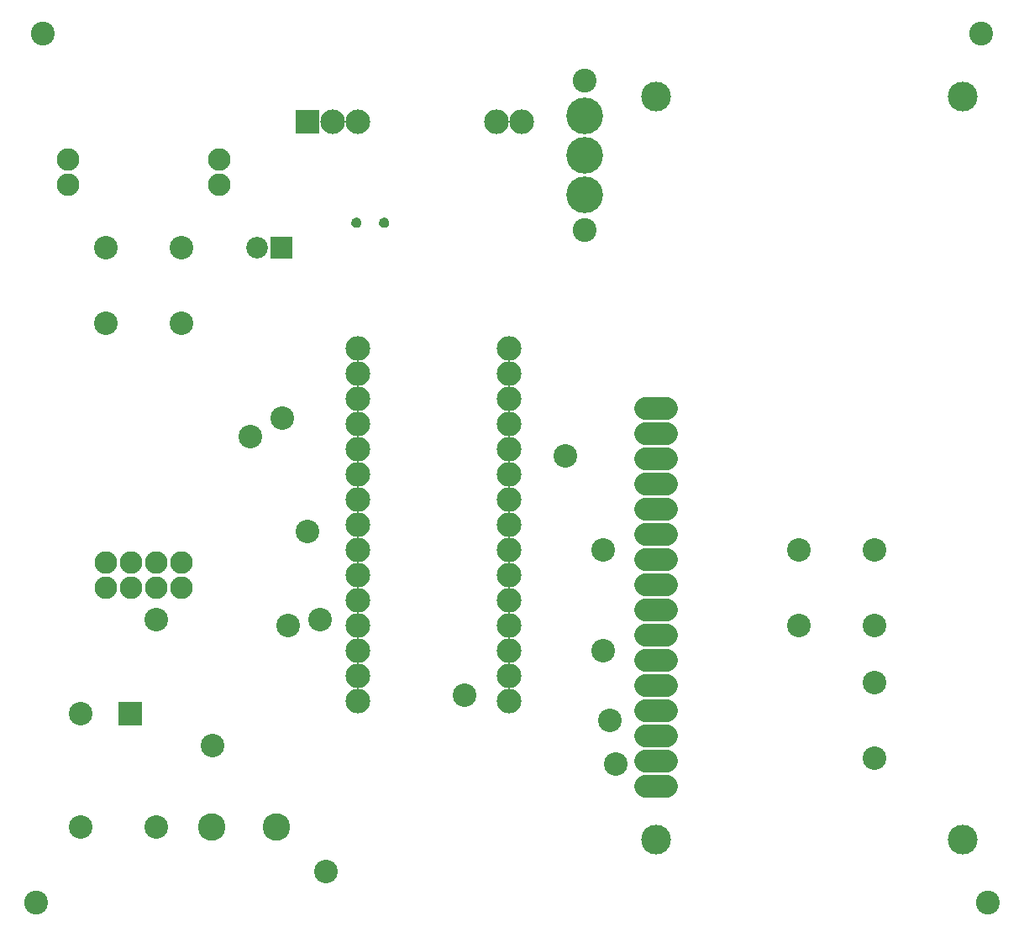
<source format=gbr>
G04 EAGLE Gerber RS-274X export*
G75*
%MOMM*%
%FSLAX34Y34*%
%LPD*%
%INSoldermask Top*%
%IPPOS*%
%AMOC8*
5,1,8,0,0,1.08239X$1,22.5*%
G01*
%ADD10C,2.403200*%
%ADD11R,2.173200X2.173200*%
%ADD12C,2.173200*%
%ADD13C,2.373200*%
%ADD14R,2.373200X2.373200*%
%ADD15C,2.489200*%
%ADD16C,2.273200*%
%ADD17C,3.703200*%
%ADD18R,2.473200X2.473200*%
%ADD19C,2.473200*%
%ADD20C,2.273200*%
%ADD21C,3.003200*%
%ADD22C,2.773200*%

G36*
X369536Y706177D02*
X369536Y706177D01*
X369611Y706174D01*
X370587Y706276D01*
X370635Y706290D01*
X370725Y706306D01*
X371654Y706622D01*
X371698Y706647D01*
X371783Y706683D01*
X372618Y707197D01*
X372655Y707231D01*
X372730Y707285D01*
X373430Y707973D01*
X373459Y708014D01*
X373519Y708083D01*
X374048Y708910D01*
X374067Y708956D01*
X374111Y709037D01*
X374443Y709960D01*
X374451Y710010D01*
X374476Y710099D01*
X374594Y711073D01*
X374591Y711123D01*
X374595Y711209D01*
X374500Y712211D01*
X374486Y712260D01*
X374470Y712350D01*
X374154Y713306D01*
X374130Y713351D01*
X374095Y713435D01*
X373573Y714296D01*
X373540Y714334D01*
X373487Y714409D01*
X372787Y715133D01*
X372746Y715162D01*
X372677Y715223D01*
X371834Y715773D01*
X371788Y715793D01*
X371707Y715837D01*
X370763Y716185D01*
X370713Y716194D01*
X370625Y716219D01*
X369627Y716349D01*
X369584Y716347D01*
X369458Y716348D01*
X368447Y716209D01*
X368399Y716193D01*
X368309Y716174D01*
X367354Y715812D01*
X367311Y715786D01*
X367227Y715748D01*
X366377Y715183D01*
X366340Y715148D01*
X366268Y715091D01*
X365564Y714352D01*
X365536Y714309D01*
X365478Y714238D01*
X364957Y713360D01*
X364939Y713313D01*
X364898Y713231D01*
X364585Y712259D01*
X364578Y712209D01*
X364557Y712120D01*
X364468Y711102D01*
X364473Y711052D01*
X364472Y710961D01*
X364603Y709997D01*
X364619Y709949D01*
X364638Y709860D01*
X364980Y708949D01*
X365006Y708906D01*
X365045Y708823D01*
X365582Y708011D01*
X365617Y707975D01*
X365673Y707902D01*
X366377Y707230D01*
X366419Y707203D01*
X366490Y707144D01*
X367326Y706646D01*
X367373Y706628D01*
X367455Y706588D01*
X368381Y706288D01*
X368431Y706281D01*
X368520Y706259D01*
X369489Y706173D01*
X369536Y706177D01*
G37*
G36*
X341545Y706177D02*
X341545Y706177D01*
X341620Y706174D01*
X342596Y706276D01*
X342644Y706290D01*
X342734Y706306D01*
X343663Y706622D01*
X343707Y706647D01*
X343792Y706683D01*
X344627Y707197D01*
X344664Y707231D01*
X344739Y707285D01*
X345439Y707973D01*
X345468Y708014D01*
X345528Y708083D01*
X346057Y708910D01*
X346076Y708956D01*
X346120Y709037D01*
X346452Y709960D01*
X346460Y710010D01*
X346485Y710099D01*
X346603Y711073D01*
X346600Y711123D01*
X346604Y711209D01*
X346509Y712211D01*
X346495Y712260D01*
X346479Y712350D01*
X346163Y713306D01*
X346139Y713351D01*
X346104Y713435D01*
X345582Y714296D01*
X345549Y714334D01*
X345496Y714409D01*
X344796Y715133D01*
X344755Y715162D01*
X344686Y715223D01*
X343843Y715773D01*
X343797Y715793D01*
X343716Y715837D01*
X342772Y716185D01*
X342722Y716194D01*
X342634Y716219D01*
X341636Y716349D01*
X341593Y716347D01*
X341467Y716348D01*
X340456Y716209D01*
X340408Y716193D01*
X340318Y716174D01*
X339363Y715812D01*
X339320Y715786D01*
X339236Y715748D01*
X338386Y715183D01*
X338349Y715148D01*
X338277Y715091D01*
X337573Y714352D01*
X337545Y714309D01*
X337487Y714238D01*
X336966Y713360D01*
X336948Y713313D01*
X336907Y713231D01*
X336594Y712259D01*
X336587Y712209D01*
X336566Y712120D01*
X336477Y711102D01*
X336482Y711052D01*
X336481Y710961D01*
X336612Y709997D01*
X336628Y709949D01*
X336647Y709860D01*
X336989Y708949D01*
X337015Y708906D01*
X337054Y708823D01*
X337591Y708011D01*
X337626Y707975D01*
X337682Y707902D01*
X338386Y707230D01*
X338428Y707203D01*
X338499Y707144D01*
X339335Y706646D01*
X339382Y706628D01*
X339464Y706588D01*
X340390Y706288D01*
X340440Y706281D01*
X340529Y706259D01*
X341498Y706173D01*
X341545Y706177D01*
G37*
D10*
X971550Y901700D03*
X977900Y25400D03*
X19050Y25400D03*
X25400Y901700D03*
D11*
X266500Y685800D03*
D12*
X241500Y685800D03*
D13*
X63900Y215900D03*
D14*
X113900Y215900D03*
D15*
X342900Y406400D03*
X342900Y431800D03*
X342900Y457200D03*
X342900Y482600D03*
X342900Y508000D03*
X342900Y533400D03*
X342900Y381000D03*
X342900Y355600D03*
X342900Y330200D03*
X342900Y304800D03*
X342900Y279400D03*
X342900Y254000D03*
X342900Y228600D03*
X342900Y558800D03*
X342900Y584200D03*
X495300Y406400D03*
X495300Y381000D03*
X495300Y355600D03*
X495300Y330200D03*
X495300Y304800D03*
X495300Y279400D03*
X495300Y431800D03*
X495300Y457200D03*
X495300Y482600D03*
X495300Y508000D03*
X495300Y533400D03*
X495300Y558800D03*
X495300Y584200D03*
X495300Y254000D03*
X495300Y228600D03*
X508000Y812800D03*
X482600Y812800D03*
D13*
X88900Y685800D03*
X165100Y685800D03*
X88900Y609600D03*
X165100Y609600D03*
D16*
X88900Y342900D03*
X114300Y342900D03*
X139700Y342900D03*
X165100Y342900D03*
X88900Y368300D03*
X114300Y368300D03*
X139700Y368300D03*
X165100Y368300D03*
X203200Y749300D03*
X203200Y774700D03*
X50800Y774700D03*
X50800Y749300D03*
D17*
X571500Y819150D03*
X571500Y779150D03*
X571500Y739150D03*
D10*
X571500Y854150D03*
X571500Y704150D03*
D18*
X292100Y812800D03*
D19*
X317500Y812800D03*
X342900Y812800D03*
D20*
X632950Y143500D02*
X653650Y143500D01*
X653650Y168900D02*
X632950Y168900D01*
X632950Y194300D02*
X653650Y194300D01*
X653650Y219700D02*
X632950Y219700D01*
X632950Y245100D02*
X653650Y245100D01*
X653650Y270500D02*
X632950Y270500D01*
X632950Y295900D02*
X653650Y295900D01*
X653650Y321300D02*
X632950Y321300D01*
X632950Y346700D02*
X653650Y346700D01*
X653650Y372100D02*
X632950Y372100D01*
X632950Y397500D02*
X653650Y397500D01*
X653650Y422900D02*
X632950Y422900D01*
X632950Y448300D02*
X653650Y448300D01*
X653650Y473700D02*
X632950Y473700D01*
X632950Y499100D02*
X653650Y499100D01*
X653650Y524500D02*
X632950Y524500D01*
D21*
X952500Y88900D03*
X643300Y88900D03*
X643300Y838100D03*
X952500Y838100D03*
D13*
X863600Y171450D03*
X863600Y247650D03*
X863600Y304800D03*
X863600Y381000D03*
D22*
X261100Y101600D03*
X196100Y101600D03*
D13*
X139700Y101600D03*
X63500Y101600D03*
X787400Y304800D03*
X787400Y381000D03*
X139700Y311150D03*
X450850Y234950D03*
X590550Y381000D03*
X234950Y495300D03*
X552450Y476250D03*
X266700Y514350D03*
X311150Y57150D03*
X603250Y165100D03*
X196850Y184150D03*
X292100Y400050D03*
X273050Y304800D03*
X596900Y209550D03*
X304800Y311150D03*
X590550Y279400D03*
M02*

</source>
